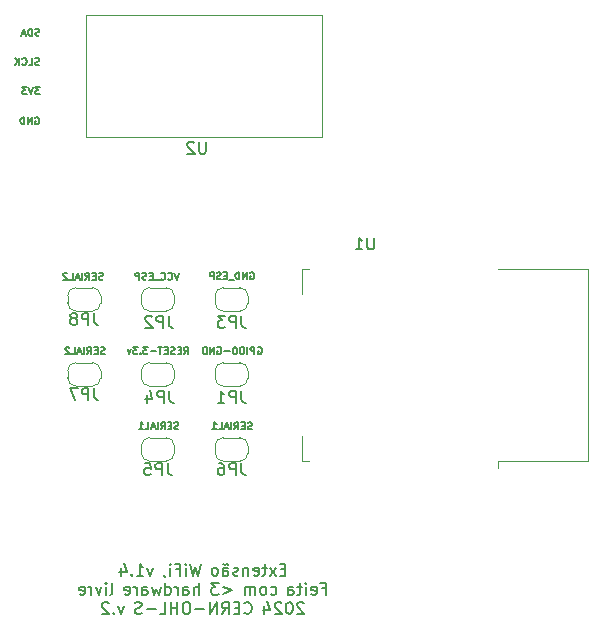
<source format=gbo>
%TF.GenerationSoftware,KiCad,Pcbnew,7.0.0*%
%TF.CreationDate,2024-11-18T00:14:05-05:00*%
%TF.ProjectId,wifi_shield,77696669-5f73-4686-9965-6c642e6b6963,rev?*%
%TF.SameCoordinates,Original*%
%TF.FileFunction,Legend,Bot*%
%TF.FilePolarity,Positive*%
%FSLAX46Y46*%
G04 Gerber Fmt 4.6, Leading zero omitted, Abs format (unit mm)*
G04 Created by KiCad (PCBNEW 7.0.0) date 2024-11-18 00:14:05*
%MOMM*%
%LPD*%
G01*
G04 APERTURE LIST*
%ADD10C,0.150000*%
%ADD11C,0.200000*%
%ADD12C,0.120000*%
G04 APERTURE END LIST*
D10*
X154260657Y-92664000D02*
X154317800Y-92635428D01*
X154317800Y-92635428D02*
X154403514Y-92635428D01*
X154403514Y-92635428D02*
X154489228Y-92664000D01*
X154489228Y-92664000D02*
X154546371Y-92721142D01*
X154546371Y-92721142D02*
X154574942Y-92778285D01*
X154574942Y-92778285D02*
X154603514Y-92892571D01*
X154603514Y-92892571D02*
X154603514Y-92978285D01*
X154603514Y-92978285D02*
X154574942Y-93092571D01*
X154574942Y-93092571D02*
X154546371Y-93149714D01*
X154546371Y-93149714D02*
X154489228Y-93206857D01*
X154489228Y-93206857D02*
X154403514Y-93235428D01*
X154403514Y-93235428D02*
X154346371Y-93235428D01*
X154346371Y-93235428D02*
X154260657Y-93206857D01*
X154260657Y-93206857D02*
X154232085Y-93178285D01*
X154232085Y-93178285D02*
X154232085Y-92978285D01*
X154232085Y-92978285D02*
X154346371Y-92978285D01*
X153974942Y-93235428D02*
X153974942Y-92635428D01*
X153974942Y-92635428D02*
X153632085Y-93235428D01*
X153632085Y-93235428D02*
X153632085Y-92635428D01*
X153346371Y-93235428D02*
X153346371Y-92635428D01*
X153346371Y-92635428D02*
X153203514Y-92635428D01*
X153203514Y-92635428D02*
X153117800Y-92664000D01*
X153117800Y-92664000D02*
X153060657Y-92721142D01*
X153060657Y-92721142D02*
X153032086Y-92778285D01*
X153032086Y-92778285D02*
X153003514Y-92892571D01*
X153003514Y-92892571D02*
X153003514Y-92978285D01*
X153003514Y-92978285D02*
X153032086Y-93092571D01*
X153032086Y-93092571D02*
X153060657Y-93149714D01*
X153060657Y-93149714D02*
X153117800Y-93206857D01*
X153117800Y-93206857D02*
X153203514Y-93235428D01*
X153203514Y-93235428D02*
X153346371Y-93235428D01*
X152889229Y-93292571D02*
X152432086Y-93292571D01*
X152289228Y-92921142D02*
X152089228Y-92921142D01*
X152003514Y-93235428D02*
X152289228Y-93235428D01*
X152289228Y-93235428D02*
X152289228Y-92635428D01*
X152289228Y-92635428D02*
X152003514Y-92635428D01*
X151774943Y-93206857D02*
X151689229Y-93235428D01*
X151689229Y-93235428D02*
X151546371Y-93235428D01*
X151546371Y-93235428D02*
X151489229Y-93206857D01*
X151489229Y-93206857D02*
X151460657Y-93178285D01*
X151460657Y-93178285D02*
X151432086Y-93121142D01*
X151432086Y-93121142D02*
X151432086Y-93064000D01*
X151432086Y-93064000D02*
X151460657Y-93006857D01*
X151460657Y-93006857D02*
X151489229Y-92978285D01*
X151489229Y-92978285D02*
X151546371Y-92949714D01*
X151546371Y-92949714D02*
X151660657Y-92921142D01*
X151660657Y-92921142D02*
X151717800Y-92892571D01*
X151717800Y-92892571D02*
X151746371Y-92864000D01*
X151746371Y-92864000D02*
X151774943Y-92806857D01*
X151774943Y-92806857D02*
X151774943Y-92749714D01*
X151774943Y-92749714D02*
X151746371Y-92692571D01*
X151746371Y-92692571D02*
X151717800Y-92664000D01*
X151717800Y-92664000D02*
X151660657Y-92635428D01*
X151660657Y-92635428D02*
X151517800Y-92635428D01*
X151517800Y-92635428D02*
X151432086Y-92664000D01*
X151174942Y-93235428D02*
X151174942Y-92635428D01*
X151174942Y-92635428D02*
X150946371Y-92635428D01*
X150946371Y-92635428D02*
X150889228Y-92664000D01*
X150889228Y-92664000D02*
X150860657Y-92692571D01*
X150860657Y-92692571D02*
X150832085Y-92749714D01*
X150832085Y-92749714D02*
X150832085Y-92835428D01*
X150832085Y-92835428D02*
X150860657Y-92892571D01*
X150860657Y-92892571D02*
X150889228Y-92921142D01*
X150889228Y-92921142D02*
X150946371Y-92949714D01*
X150946371Y-92949714D02*
X151174942Y-92949714D01*
X148253514Y-92660828D02*
X148053514Y-93260828D01*
X148053514Y-93260828D02*
X147853514Y-92660828D01*
X147310656Y-93203685D02*
X147339228Y-93232257D01*
X147339228Y-93232257D02*
X147424942Y-93260828D01*
X147424942Y-93260828D02*
X147482085Y-93260828D01*
X147482085Y-93260828D02*
X147567799Y-93232257D01*
X147567799Y-93232257D02*
X147624942Y-93175114D01*
X147624942Y-93175114D02*
X147653513Y-93117971D01*
X147653513Y-93117971D02*
X147682085Y-93003685D01*
X147682085Y-93003685D02*
X147682085Y-92917971D01*
X147682085Y-92917971D02*
X147653513Y-92803685D01*
X147653513Y-92803685D02*
X147624942Y-92746542D01*
X147624942Y-92746542D02*
X147567799Y-92689400D01*
X147567799Y-92689400D02*
X147482085Y-92660828D01*
X147482085Y-92660828D02*
X147424942Y-92660828D01*
X147424942Y-92660828D02*
X147339228Y-92689400D01*
X147339228Y-92689400D02*
X147310656Y-92717971D01*
X146710656Y-93203685D02*
X146739228Y-93232257D01*
X146739228Y-93232257D02*
X146824942Y-93260828D01*
X146824942Y-93260828D02*
X146882085Y-93260828D01*
X146882085Y-93260828D02*
X146967799Y-93232257D01*
X146967799Y-93232257D02*
X147024942Y-93175114D01*
X147024942Y-93175114D02*
X147053513Y-93117971D01*
X147053513Y-93117971D02*
X147082085Y-93003685D01*
X147082085Y-93003685D02*
X147082085Y-92917971D01*
X147082085Y-92917971D02*
X147053513Y-92803685D01*
X147053513Y-92803685D02*
X147024942Y-92746542D01*
X147024942Y-92746542D02*
X146967799Y-92689400D01*
X146967799Y-92689400D02*
X146882085Y-92660828D01*
X146882085Y-92660828D02*
X146824942Y-92660828D01*
X146824942Y-92660828D02*
X146739228Y-92689400D01*
X146739228Y-92689400D02*
X146710656Y-92717971D01*
X146596371Y-93317971D02*
X146139228Y-93317971D01*
X145996370Y-92946542D02*
X145796370Y-92946542D01*
X145710656Y-93260828D02*
X145996370Y-93260828D01*
X145996370Y-93260828D02*
X145996370Y-92660828D01*
X145996370Y-92660828D02*
X145710656Y-92660828D01*
X145482085Y-93232257D02*
X145396371Y-93260828D01*
X145396371Y-93260828D02*
X145253513Y-93260828D01*
X145253513Y-93260828D02*
X145196371Y-93232257D01*
X145196371Y-93232257D02*
X145167799Y-93203685D01*
X145167799Y-93203685D02*
X145139228Y-93146542D01*
X145139228Y-93146542D02*
X145139228Y-93089400D01*
X145139228Y-93089400D02*
X145167799Y-93032257D01*
X145167799Y-93032257D02*
X145196371Y-93003685D01*
X145196371Y-93003685D02*
X145253513Y-92975114D01*
X145253513Y-92975114D02*
X145367799Y-92946542D01*
X145367799Y-92946542D02*
X145424942Y-92917971D01*
X145424942Y-92917971D02*
X145453513Y-92889400D01*
X145453513Y-92889400D02*
X145482085Y-92832257D01*
X145482085Y-92832257D02*
X145482085Y-92775114D01*
X145482085Y-92775114D02*
X145453513Y-92717971D01*
X145453513Y-92717971D02*
X145424942Y-92689400D01*
X145424942Y-92689400D02*
X145367799Y-92660828D01*
X145367799Y-92660828D02*
X145224942Y-92660828D01*
X145224942Y-92660828D02*
X145139228Y-92689400D01*
X144882084Y-93260828D02*
X144882084Y-92660828D01*
X144882084Y-92660828D02*
X144653513Y-92660828D01*
X144653513Y-92660828D02*
X144596370Y-92689400D01*
X144596370Y-92689400D02*
X144567799Y-92717971D01*
X144567799Y-92717971D02*
X144539227Y-92775114D01*
X144539227Y-92775114D02*
X144539227Y-92860828D01*
X144539227Y-92860828D02*
X144567799Y-92917971D01*
X144567799Y-92917971D02*
X144596370Y-92946542D01*
X144596370Y-92946542D02*
X144653513Y-92975114D01*
X144653513Y-92975114D02*
X144882084Y-92975114D01*
X154914628Y-98988600D02*
X154971771Y-98960028D01*
X154971771Y-98960028D02*
X155057485Y-98960028D01*
X155057485Y-98960028D02*
X155143199Y-98988600D01*
X155143199Y-98988600D02*
X155200342Y-99045742D01*
X155200342Y-99045742D02*
X155228913Y-99102885D01*
X155228913Y-99102885D02*
X155257485Y-99217171D01*
X155257485Y-99217171D02*
X155257485Y-99302885D01*
X155257485Y-99302885D02*
X155228913Y-99417171D01*
X155228913Y-99417171D02*
X155200342Y-99474314D01*
X155200342Y-99474314D02*
X155143199Y-99531457D01*
X155143199Y-99531457D02*
X155057485Y-99560028D01*
X155057485Y-99560028D02*
X155000342Y-99560028D01*
X155000342Y-99560028D02*
X154914628Y-99531457D01*
X154914628Y-99531457D02*
X154886056Y-99502885D01*
X154886056Y-99502885D02*
X154886056Y-99302885D01*
X154886056Y-99302885D02*
X155000342Y-99302885D01*
X154628913Y-99560028D02*
X154628913Y-98960028D01*
X154628913Y-98960028D02*
X154400342Y-98960028D01*
X154400342Y-98960028D02*
X154343199Y-98988600D01*
X154343199Y-98988600D02*
X154314628Y-99017171D01*
X154314628Y-99017171D02*
X154286056Y-99074314D01*
X154286056Y-99074314D02*
X154286056Y-99160028D01*
X154286056Y-99160028D02*
X154314628Y-99217171D01*
X154314628Y-99217171D02*
X154343199Y-99245742D01*
X154343199Y-99245742D02*
X154400342Y-99274314D01*
X154400342Y-99274314D02*
X154628913Y-99274314D01*
X154028913Y-99560028D02*
X154028913Y-98960028D01*
X153628914Y-98960028D02*
X153514628Y-98960028D01*
X153514628Y-98960028D02*
X153457485Y-98988600D01*
X153457485Y-98988600D02*
X153400342Y-99045742D01*
X153400342Y-99045742D02*
X153371771Y-99160028D01*
X153371771Y-99160028D02*
X153371771Y-99360028D01*
X153371771Y-99360028D02*
X153400342Y-99474314D01*
X153400342Y-99474314D02*
X153457485Y-99531457D01*
X153457485Y-99531457D02*
X153514628Y-99560028D01*
X153514628Y-99560028D02*
X153628914Y-99560028D01*
X153628914Y-99560028D02*
X153686057Y-99531457D01*
X153686057Y-99531457D02*
X153743199Y-99474314D01*
X153743199Y-99474314D02*
X153771771Y-99360028D01*
X153771771Y-99360028D02*
X153771771Y-99160028D01*
X153771771Y-99160028D02*
X153743199Y-99045742D01*
X153743199Y-99045742D02*
X153686057Y-98988600D01*
X153686057Y-98988600D02*
X153628914Y-98960028D01*
X153000343Y-98960028D02*
X152943200Y-98960028D01*
X152943200Y-98960028D02*
X152886057Y-98988600D01*
X152886057Y-98988600D02*
X152857486Y-99017171D01*
X152857486Y-99017171D02*
X152828914Y-99074314D01*
X152828914Y-99074314D02*
X152800343Y-99188600D01*
X152800343Y-99188600D02*
X152800343Y-99331457D01*
X152800343Y-99331457D02*
X152828914Y-99445742D01*
X152828914Y-99445742D02*
X152857486Y-99502885D01*
X152857486Y-99502885D02*
X152886057Y-99531457D01*
X152886057Y-99531457D02*
X152943200Y-99560028D01*
X152943200Y-99560028D02*
X153000343Y-99560028D01*
X153000343Y-99560028D02*
X153057486Y-99531457D01*
X153057486Y-99531457D02*
X153086057Y-99502885D01*
X153086057Y-99502885D02*
X153114628Y-99445742D01*
X153114628Y-99445742D02*
X153143200Y-99331457D01*
X153143200Y-99331457D02*
X153143200Y-99188600D01*
X153143200Y-99188600D02*
X153114628Y-99074314D01*
X153114628Y-99074314D02*
X153086057Y-99017171D01*
X153086057Y-99017171D02*
X153057486Y-98988600D01*
X153057486Y-98988600D02*
X153000343Y-98960028D01*
X152543199Y-99331457D02*
X152086057Y-99331457D01*
X151486057Y-98988600D02*
X151543200Y-98960028D01*
X151543200Y-98960028D02*
X151628914Y-98960028D01*
X151628914Y-98960028D02*
X151714628Y-98988600D01*
X151714628Y-98988600D02*
X151771771Y-99045742D01*
X151771771Y-99045742D02*
X151800342Y-99102885D01*
X151800342Y-99102885D02*
X151828914Y-99217171D01*
X151828914Y-99217171D02*
X151828914Y-99302885D01*
X151828914Y-99302885D02*
X151800342Y-99417171D01*
X151800342Y-99417171D02*
X151771771Y-99474314D01*
X151771771Y-99474314D02*
X151714628Y-99531457D01*
X151714628Y-99531457D02*
X151628914Y-99560028D01*
X151628914Y-99560028D02*
X151571771Y-99560028D01*
X151571771Y-99560028D02*
X151486057Y-99531457D01*
X151486057Y-99531457D02*
X151457485Y-99502885D01*
X151457485Y-99502885D02*
X151457485Y-99302885D01*
X151457485Y-99302885D02*
X151571771Y-99302885D01*
X151200342Y-99560028D02*
X151200342Y-98960028D01*
X151200342Y-98960028D02*
X150857485Y-99560028D01*
X150857485Y-99560028D02*
X150857485Y-98960028D01*
X150571771Y-99560028D02*
X150571771Y-98960028D01*
X150571771Y-98960028D02*
X150428914Y-98960028D01*
X150428914Y-98960028D02*
X150343200Y-98988600D01*
X150343200Y-98988600D02*
X150286057Y-99045742D01*
X150286057Y-99045742D02*
X150257486Y-99102885D01*
X150257486Y-99102885D02*
X150228914Y-99217171D01*
X150228914Y-99217171D02*
X150228914Y-99302885D01*
X150228914Y-99302885D02*
X150257486Y-99417171D01*
X150257486Y-99417171D02*
X150286057Y-99474314D01*
X150286057Y-99474314D02*
X150343200Y-99531457D01*
X150343200Y-99531457D02*
X150428914Y-99560028D01*
X150428914Y-99560028D02*
X150571771Y-99560028D01*
X148655114Y-99560028D02*
X148855114Y-99274314D01*
X148997971Y-99560028D02*
X148997971Y-98960028D01*
X148997971Y-98960028D02*
X148769400Y-98960028D01*
X148769400Y-98960028D02*
X148712257Y-98988600D01*
X148712257Y-98988600D02*
X148683686Y-99017171D01*
X148683686Y-99017171D02*
X148655114Y-99074314D01*
X148655114Y-99074314D02*
X148655114Y-99160028D01*
X148655114Y-99160028D02*
X148683686Y-99217171D01*
X148683686Y-99217171D02*
X148712257Y-99245742D01*
X148712257Y-99245742D02*
X148769400Y-99274314D01*
X148769400Y-99274314D02*
X148997971Y-99274314D01*
X148397971Y-99245742D02*
X148197971Y-99245742D01*
X148112257Y-99560028D02*
X148397971Y-99560028D01*
X148397971Y-99560028D02*
X148397971Y-98960028D01*
X148397971Y-98960028D02*
X148112257Y-98960028D01*
X147883686Y-99531457D02*
X147797972Y-99560028D01*
X147797972Y-99560028D02*
X147655114Y-99560028D01*
X147655114Y-99560028D02*
X147597972Y-99531457D01*
X147597972Y-99531457D02*
X147569400Y-99502885D01*
X147569400Y-99502885D02*
X147540829Y-99445742D01*
X147540829Y-99445742D02*
X147540829Y-99388600D01*
X147540829Y-99388600D02*
X147569400Y-99331457D01*
X147569400Y-99331457D02*
X147597972Y-99302885D01*
X147597972Y-99302885D02*
X147655114Y-99274314D01*
X147655114Y-99274314D02*
X147769400Y-99245742D01*
X147769400Y-99245742D02*
X147826543Y-99217171D01*
X147826543Y-99217171D02*
X147855114Y-99188600D01*
X147855114Y-99188600D02*
X147883686Y-99131457D01*
X147883686Y-99131457D02*
X147883686Y-99074314D01*
X147883686Y-99074314D02*
X147855114Y-99017171D01*
X147855114Y-99017171D02*
X147826543Y-98988600D01*
X147826543Y-98988600D02*
X147769400Y-98960028D01*
X147769400Y-98960028D02*
X147626543Y-98960028D01*
X147626543Y-98960028D02*
X147540829Y-98988600D01*
X147283685Y-99245742D02*
X147083685Y-99245742D01*
X146997971Y-99560028D02*
X147283685Y-99560028D01*
X147283685Y-99560028D02*
X147283685Y-98960028D01*
X147283685Y-98960028D02*
X146997971Y-98960028D01*
X146826543Y-98960028D02*
X146483686Y-98960028D01*
X146655114Y-99560028D02*
X146655114Y-98960028D01*
X146283685Y-99331457D02*
X145826543Y-99331457D01*
X145597971Y-98960028D02*
X145226543Y-98960028D01*
X145226543Y-98960028D02*
X145426543Y-99188600D01*
X145426543Y-99188600D02*
X145340828Y-99188600D01*
X145340828Y-99188600D02*
X145283686Y-99217171D01*
X145283686Y-99217171D02*
X145255114Y-99245742D01*
X145255114Y-99245742D02*
X145226543Y-99302885D01*
X145226543Y-99302885D02*
X145226543Y-99445742D01*
X145226543Y-99445742D02*
X145255114Y-99502885D01*
X145255114Y-99502885D02*
X145283686Y-99531457D01*
X145283686Y-99531457D02*
X145340828Y-99560028D01*
X145340828Y-99560028D02*
X145512257Y-99560028D01*
X145512257Y-99560028D02*
X145569400Y-99531457D01*
X145569400Y-99531457D02*
X145597971Y-99502885D01*
X144969399Y-99502885D02*
X144940828Y-99531457D01*
X144940828Y-99531457D02*
X144969399Y-99560028D01*
X144969399Y-99560028D02*
X144997971Y-99531457D01*
X144997971Y-99531457D02*
X144969399Y-99502885D01*
X144969399Y-99502885D02*
X144969399Y-99560028D01*
X144740828Y-98960028D02*
X144369400Y-98960028D01*
X144369400Y-98960028D02*
X144569400Y-99188600D01*
X144569400Y-99188600D02*
X144483685Y-99188600D01*
X144483685Y-99188600D02*
X144426543Y-99217171D01*
X144426543Y-99217171D02*
X144397971Y-99245742D01*
X144397971Y-99245742D02*
X144369400Y-99302885D01*
X144369400Y-99302885D02*
X144369400Y-99445742D01*
X144369400Y-99445742D02*
X144397971Y-99502885D01*
X144397971Y-99502885D02*
X144426543Y-99531457D01*
X144426543Y-99531457D02*
X144483685Y-99560028D01*
X144483685Y-99560028D02*
X144655114Y-99560028D01*
X144655114Y-99560028D02*
X144712257Y-99531457D01*
X144712257Y-99531457D02*
X144740828Y-99502885D01*
X144169399Y-99160028D02*
X144026542Y-99560028D01*
X144026542Y-99560028D02*
X143883685Y-99160028D01*
X141943228Y-99531457D02*
X141857514Y-99560028D01*
X141857514Y-99560028D02*
X141714656Y-99560028D01*
X141714656Y-99560028D02*
X141657514Y-99531457D01*
X141657514Y-99531457D02*
X141628942Y-99502885D01*
X141628942Y-99502885D02*
X141600371Y-99445742D01*
X141600371Y-99445742D02*
X141600371Y-99388600D01*
X141600371Y-99388600D02*
X141628942Y-99331457D01*
X141628942Y-99331457D02*
X141657514Y-99302885D01*
X141657514Y-99302885D02*
X141714656Y-99274314D01*
X141714656Y-99274314D02*
X141828942Y-99245742D01*
X141828942Y-99245742D02*
X141886085Y-99217171D01*
X141886085Y-99217171D02*
X141914656Y-99188600D01*
X141914656Y-99188600D02*
X141943228Y-99131457D01*
X141943228Y-99131457D02*
X141943228Y-99074314D01*
X141943228Y-99074314D02*
X141914656Y-99017171D01*
X141914656Y-99017171D02*
X141886085Y-98988600D01*
X141886085Y-98988600D02*
X141828942Y-98960028D01*
X141828942Y-98960028D02*
X141686085Y-98960028D01*
X141686085Y-98960028D02*
X141600371Y-98988600D01*
X141343227Y-99245742D02*
X141143227Y-99245742D01*
X141057513Y-99560028D02*
X141343227Y-99560028D01*
X141343227Y-99560028D02*
X141343227Y-98960028D01*
X141343227Y-98960028D02*
X141057513Y-98960028D01*
X140457513Y-99560028D02*
X140657513Y-99274314D01*
X140800370Y-99560028D02*
X140800370Y-98960028D01*
X140800370Y-98960028D02*
X140571799Y-98960028D01*
X140571799Y-98960028D02*
X140514656Y-98988600D01*
X140514656Y-98988600D02*
X140486085Y-99017171D01*
X140486085Y-99017171D02*
X140457513Y-99074314D01*
X140457513Y-99074314D02*
X140457513Y-99160028D01*
X140457513Y-99160028D02*
X140486085Y-99217171D01*
X140486085Y-99217171D02*
X140514656Y-99245742D01*
X140514656Y-99245742D02*
X140571799Y-99274314D01*
X140571799Y-99274314D02*
X140800370Y-99274314D01*
X140200370Y-99560028D02*
X140200370Y-98960028D01*
X139943228Y-99388600D02*
X139657514Y-99388600D01*
X140000371Y-99560028D02*
X139800371Y-98960028D01*
X139800371Y-98960028D02*
X139600371Y-99560028D01*
X139114656Y-99560028D02*
X139400370Y-99560028D01*
X139400370Y-99560028D02*
X139400370Y-98960028D01*
X138943228Y-99017171D02*
X138914656Y-98988600D01*
X138914656Y-98988600D02*
X138857514Y-98960028D01*
X138857514Y-98960028D02*
X138714656Y-98960028D01*
X138714656Y-98960028D02*
X138657514Y-98988600D01*
X138657514Y-98988600D02*
X138628942Y-99017171D01*
X138628942Y-99017171D02*
X138600371Y-99074314D01*
X138600371Y-99074314D02*
X138600371Y-99131457D01*
X138600371Y-99131457D02*
X138628942Y-99217171D01*
X138628942Y-99217171D02*
X138971799Y-99560028D01*
X138971799Y-99560028D02*
X138600371Y-99560028D01*
X141790828Y-93232257D02*
X141705114Y-93260828D01*
X141705114Y-93260828D02*
X141562256Y-93260828D01*
X141562256Y-93260828D02*
X141505114Y-93232257D01*
X141505114Y-93232257D02*
X141476542Y-93203685D01*
X141476542Y-93203685D02*
X141447971Y-93146542D01*
X141447971Y-93146542D02*
X141447971Y-93089400D01*
X141447971Y-93089400D02*
X141476542Y-93032257D01*
X141476542Y-93032257D02*
X141505114Y-93003685D01*
X141505114Y-93003685D02*
X141562256Y-92975114D01*
X141562256Y-92975114D02*
X141676542Y-92946542D01*
X141676542Y-92946542D02*
X141733685Y-92917971D01*
X141733685Y-92917971D02*
X141762256Y-92889400D01*
X141762256Y-92889400D02*
X141790828Y-92832257D01*
X141790828Y-92832257D02*
X141790828Y-92775114D01*
X141790828Y-92775114D02*
X141762256Y-92717971D01*
X141762256Y-92717971D02*
X141733685Y-92689400D01*
X141733685Y-92689400D02*
X141676542Y-92660828D01*
X141676542Y-92660828D02*
X141533685Y-92660828D01*
X141533685Y-92660828D02*
X141447971Y-92689400D01*
X141190827Y-92946542D02*
X140990827Y-92946542D01*
X140905113Y-93260828D02*
X141190827Y-93260828D01*
X141190827Y-93260828D02*
X141190827Y-92660828D01*
X141190827Y-92660828D02*
X140905113Y-92660828D01*
X140305113Y-93260828D02*
X140505113Y-92975114D01*
X140647970Y-93260828D02*
X140647970Y-92660828D01*
X140647970Y-92660828D02*
X140419399Y-92660828D01*
X140419399Y-92660828D02*
X140362256Y-92689400D01*
X140362256Y-92689400D02*
X140333685Y-92717971D01*
X140333685Y-92717971D02*
X140305113Y-92775114D01*
X140305113Y-92775114D02*
X140305113Y-92860828D01*
X140305113Y-92860828D02*
X140333685Y-92917971D01*
X140333685Y-92917971D02*
X140362256Y-92946542D01*
X140362256Y-92946542D02*
X140419399Y-92975114D01*
X140419399Y-92975114D02*
X140647970Y-92975114D01*
X140047970Y-93260828D02*
X140047970Y-92660828D01*
X139790828Y-93089400D02*
X139505114Y-93089400D01*
X139847971Y-93260828D02*
X139647971Y-92660828D01*
X139647971Y-92660828D02*
X139447971Y-93260828D01*
X138962256Y-93260828D02*
X139247970Y-93260828D01*
X139247970Y-93260828D02*
X139247970Y-92660828D01*
X138790828Y-92717971D02*
X138762256Y-92689400D01*
X138762256Y-92689400D02*
X138705114Y-92660828D01*
X138705114Y-92660828D02*
X138562256Y-92660828D01*
X138562256Y-92660828D02*
X138505114Y-92689400D01*
X138505114Y-92689400D02*
X138476542Y-92717971D01*
X138476542Y-92717971D02*
X138447971Y-92775114D01*
X138447971Y-92775114D02*
X138447971Y-92832257D01*
X138447971Y-92832257D02*
X138476542Y-92917971D01*
X138476542Y-92917971D02*
X138819399Y-93260828D01*
X138819399Y-93260828D02*
X138447971Y-93260828D01*
X148194828Y-105906857D02*
X148109114Y-105935428D01*
X148109114Y-105935428D02*
X147966256Y-105935428D01*
X147966256Y-105935428D02*
X147909114Y-105906857D01*
X147909114Y-105906857D02*
X147880542Y-105878285D01*
X147880542Y-105878285D02*
X147851971Y-105821142D01*
X147851971Y-105821142D02*
X147851971Y-105764000D01*
X147851971Y-105764000D02*
X147880542Y-105706857D01*
X147880542Y-105706857D02*
X147909114Y-105678285D01*
X147909114Y-105678285D02*
X147966256Y-105649714D01*
X147966256Y-105649714D02*
X148080542Y-105621142D01*
X148080542Y-105621142D02*
X148137685Y-105592571D01*
X148137685Y-105592571D02*
X148166256Y-105564000D01*
X148166256Y-105564000D02*
X148194828Y-105506857D01*
X148194828Y-105506857D02*
X148194828Y-105449714D01*
X148194828Y-105449714D02*
X148166256Y-105392571D01*
X148166256Y-105392571D02*
X148137685Y-105364000D01*
X148137685Y-105364000D02*
X148080542Y-105335428D01*
X148080542Y-105335428D02*
X147937685Y-105335428D01*
X147937685Y-105335428D02*
X147851971Y-105364000D01*
X147594827Y-105621142D02*
X147394827Y-105621142D01*
X147309113Y-105935428D02*
X147594827Y-105935428D01*
X147594827Y-105935428D02*
X147594827Y-105335428D01*
X147594827Y-105335428D02*
X147309113Y-105335428D01*
X146709113Y-105935428D02*
X146909113Y-105649714D01*
X147051970Y-105935428D02*
X147051970Y-105335428D01*
X147051970Y-105335428D02*
X146823399Y-105335428D01*
X146823399Y-105335428D02*
X146766256Y-105364000D01*
X146766256Y-105364000D02*
X146737685Y-105392571D01*
X146737685Y-105392571D02*
X146709113Y-105449714D01*
X146709113Y-105449714D02*
X146709113Y-105535428D01*
X146709113Y-105535428D02*
X146737685Y-105592571D01*
X146737685Y-105592571D02*
X146766256Y-105621142D01*
X146766256Y-105621142D02*
X146823399Y-105649714D01*
X146823399Y-105649714D02*
X147051970Y-105649714D01*
X146451970Y-105935428D02*
X146451970Y-105335428D01*
X146194828Y-105764000D02*
X145909114Y-105764000D01*
X146251971Y-105935428D02*
X146051971Y-105335428D01*
X146051971Y-105335428D02*
X145851971Y-105935428D01*
X145366256Y-105935428D02*
X145651970Y-105935428D01*
X145651970Y-105935428D02*
X145651970Y-105335428D01*
X144851971Y-105935428D02*
X145194828Y-105935428D01*
X145023399Y-105935428D02*
X145023399Y-105335428D01*
X145023399Y-105335428D02*
X145080542Y-105421142D01*
X145080542Y-105421142D02*
X145137685Y-105478285D01*
X145137685Y-105478285D02*
X145194828Y-105506857D01*
X154414628Y-105906857D02*
X154328914Y-105935428D01*
X154328914Y-105935428D02*
X154186056Y-105935428D01*
X154186056Y-105935428D02*
X154128914Y-105906857D01*
X154128914Y-105906857D02*
X154100342Y-105878285D01*
X154100342Y-105878285D02*
X154071771Y-105821142D01*
X154071771Y-105821142D02*
X154071771Y-105764000D01*
X154071771Y-105764000D02*
X154100342Y-105706857D01*
X154100342Y-105706857D02*
X154128914Y-105678285D01*
X154128914Y-105678285D02*
X154186056Y-105649714D01*
X154186056Y-105649714D02*
X154300342Y-105621142D01*
X154300342Y-105621142D02*
X154357485Y-105592571D01*
X154357485Y-105592571D02*
X154386056Y-105564000D01*
X154386056Y-105564000D02*
X154414628Y-105506857D01*
X154414628Y-105506857D02*
X154414628Y-105449714D01*
X154414628Y-105449714D02*
X154386056Y-105392571D01*
X154386056Y-105392571D02*
X154357485Y-105364000D01*
X154357485Y-105364000D02*
X154300342Y-105335428D01*
X154300342Y-105335428D02*
X154157485Y-105335428D01*
X154157485Y-105335428D02*
X154071771Y-105364000D01*
X153814627Y-105621142D02*
X153614627Y-105621142D01*
X153528913Y-105935428D02*
X153814627Y-105935428D01*
X153814627Y-105935428D02*
X153814627Y-105335428D01*
X153814627Y-105335428D02*
X153528913Y-105335428D01*
X152928913Y-105935428D02*
X153128913Y-105649714D01*
X153271770Y-105935428D02*
X153271770Y-105335428D01*
X153271770Y-105335428D02*
X153043199Y-105335428D01*
X153043199Y-105335428D02*
X152986056Y-105364000D01*
X152986056Y-105364000D02*
X152957485Y-105392571D01*
X152957485Y-105392571D02*
X152928913Y-105449714D01*
X152928913Y-105449714D02*
X152928913Y-105535428D01*
X152928913Y-105535428D02*
X152957485Y-105592571D01*
X152957485Y-105592571D02*
X152986056Y-105621142D01*
X152986056Y-105621142D02*
X153043199Y-105649714D01*
X153043199Y-105649714D02*
X153271770Y-105649714D01*
X152671770Y-105935428D02*
X152671770Y-105335428D01*
X152414628Y-105764000D02*
X152128914Y-105764000D01*
X152471771Y-105935428D02*
X152271771Y-105335428D01*
X152271771Y-105335428D02*
X152071771Y-105935428D01*
X151586056Y-105935428D02*
X151871770Y-105935428D01*
X151871770Y-105935428D02*
X151871770Y-105335428D01*
X151071771Y-105935428D02*
X151414628Y-105935428D01*
X151243199Y-105935428D02*
X151243199Y-105335428D01*
X151243199Y-105335428D02*
X151300342Y-105421142D01*
X151300342Y-105421142D02*
X151357485Y-105478285D01*
X151357485Y-105478285D02*
X151414628Y-105506857D01*
X136402971Y-72582057D02*
X136317257Y-72610628D01*
X136317257Y-72610628D02*
X136174399Y-72610628D01*
X136174399Y-72610628D02*
X136117257Y-72582057D01*
X136117257Y-72582057D02*
X136088685Y-72553485D01*
X136088685Y-72553485D02*
X136060114Y-72496342D01*
X136060114Y-72496342D02*
X136060114Y-72439200D01*
X136060114Y-72439200D02*
X136088685Y-72382057D01*
X136088685Y-72382057D02*
X136117257Y-72353485D01*
X136117257Y-72353485D02*
X136174399Y-72324914D01*
X136174399Y-72324914D02*
X136288685Y-72296342D01*
X136288685Y-72296342D02*
X136345828Y-72267771D01*
X136345828Y-72267771D02*
X136374399Y-72239200D01*
X136374399Y-72239200D02*
X136402971Y-72182057D01*
X136402971Y-72182057D02*
X136402971Y-72124914D01*
X136402971Y-72124914D02*
X136374399Y-72067771D01*
X136374399Y-72067771D02*
X136345828Y-72039200D01*
X136345828Y-72039200D02*
X136288685Y-72010628D01*
X136288685Y-72010628D02*
X136145828Y-72010628D01*
X136145828Y-72010628D02*
X136060114Y-72039200D01*
X135802970Y-72610628D02*
X135802970Y-72010628D01*
X135802970Y-72010628D02*
X135660113Y-72010628D01*
X135660113Y-72010628D02*
X135574399Y-72039200D01*
X135574399Y-72039200D02*
X135517256Y-72096342D01*
X135517256Y-72096342D02*
X135488685Y-72153485D01*
X135488685Y-72153485D02*
X135460113Y-72267771D01*
X135460113Y-72267771D02*
X135460113Y-72353485D01*
X135460113Y-72353485D02*
X135488685Y-72467771D01*
X135488685Y-72467771D02*
X135517256Y-72524914D01*
X135517256Y-72524914D02*
X135574399Y-72582057D01*
X135574399Y-72582057D02*
X135660113Y-72610628D01*
X135660113Y-72610628D02*
X135802970Y-72610628D01*
X135231542Y-72439200D02*
X134945828Y-72439200D01*
X135288685Y-72610628D02*
X135088685Y-72010628D01*
X135088685Y-72010628D02*
X134888685Y-72610628D01*
X136402970Y-75045857D02*
X136317256Y-75074428D01*
X136317256Y-75074428D02*
X136174398Y-75074428D01*
X136174398Y-75074428D02*
X136117256Y-75045857D01*
X136117256Y-75045857D02*
X136088684Y-75017285D01*
X136088684Y-75017285D02*
X136060113Y-74960142D01*
X136060113Y-74960142D02*
X136060113Y-74903000D01*
X136060113Y-74903000D02*
X136088684Y-74845857D01*
X136088684Y-74845857D02*
X136117256Y-74817285D01*
X136117256Y-74817285D02*
X136174398Y-74788714D01*
X136174398Y-74788714D02*
X136288684Y-74760142D01*
X136288684Y-74760142D02*
X136345827Y-74731571D01*
X136345827Y-74731571D02*
X136374398Y-74703000D01*
X136374398Y-74703000D02*
X136402970Y-74645857D01*
X136402970Y-74645857D02*
X136402970Y-74588714D01*
X136402970Y-74588714D02*
X136374398Y-74531571D01*
X136374398Y-74531571D02*
X136345827Y-74503000D01*
X136345827Y-74503000D02*
X136288684Y-74474428D01*
X136288684Y-74474428D02*
X136145827Y-74474428D01*
X136145827Y-74474428D02*
X136060113Y-74503000D01*
X135517255Y-75074428D02*
X135802969Y-75074428D01*
X135802969Y-75074428D02*
X135802969Y-74474428D01*
X134974398Y-75017285D02*
X135002970Y-75045857D01*
X135002970Y-75045857D02*
X135088684Y-75074428D01*
X135088684Y-75074428D02*
X135145827Y-75074428D01*
X135145827Y-75074428D02*
X135231541Y-75045857D01*
X135231541Y-75045857D02*
X135288684Y-74988714D01*
X135288684Y-74988714D02*
X135317255Y-74931571D01*
X135317255Y-74931571D02*
X135345827Y-74817285D01*
X135345827Y-74817285D02*
X135345827Y-74731571D01*
X135345827Y-74731571D02*
X135317255Y-74617285D01*
X135317255Y-74617285D02*
X135288684Y-74560142D01*
X135288684Y-74560142D02*
X135231541Y-74503000D01*
X135231541Y-74503000D02*
X135145827Y-74474428D01*
X135145827Y-74474428D02*
X135088684Y-74474428D01*
X135088684Y-74474428D02*
X135002970Y-74503000D01*
X135002970Y-74503000D02*
X134974398Y-74531571D01*
X134717255Y-75074428D02*
X134717255Y-74474428D01*
X134374398Y-75074428D02*
X134631541Y-74731571D01*
X134374398Y-74474428D02*
X134717255Y-74817285D01*
X136431542Y-76963628D02*
X136060114Y-76963628D01*
X136060114Y-76963628D02*
X136260114Y-77192200D01*
X136260114Y-77192200D02*
X136174399Y-77192200D01*
X136174399Y-77192200D02*
X136117257Y-77220771D01*
X136117257Y-77220771D02*
X136088685Y-77249342D01*
X136088685Y-77249342D02*
X136060114Y-77306485D01*
X136060114Y-77306485D02*
X136060114Y-77449342D01*
X136060114Y-77449342D02*
X136088685Y-77506485D01*
X136088685Y-77506485D02*
X136117257Y-77535057D01*
X136117257Y-77535057D02*
X136174399Y-77563628D01*
X136174399Y-77563628D02*
X136345828Y-77563628D01*
X136345828Y-77563628D02*
X136402971Y-77535057D01*
X136402971Y-77535057D02*
X136431542Y-77506485D01*
X135888685Y-76963628D02*
X135688685Y-77563628D01*
X135688685Y-77563628D02*
X135488685Y-76963628D01*
X135345827Y-76963628D02*
X134974399Y-76963628D01*
X134974399Y-76963628D02*
X135174399Y-77192200D01*
X135174399Y-77192200D02*
X135088684Y-77192200D01*
X135088684Y-77192200D02*
X135031542Y-77220771D01*
X135031542Y-77220771D02*
X135002970Y-77249342D01*
X135002970Y-77249342D02*
X134974399Y-77306485D01*
X134974399Y-77306485D02*
X134974399Y-77449342D01*
X134974399Y-77449342D02*
X135002970Y-77506485D01*
X135002970Y-77506485D02*
X135031542Y-77535057D01*
X135031542Y-77535057D02*
X135088684Y-77563628D01*
X135088684Y-77563628D02*
X135260113Y-77563628D01*
X135260113Y-77563628D02*
X135317256Y-77535057D01*
X135317256Y-77535057D02*
X135345827Y-77506485D01*
X136060113Y-79532200D02*
X136117256Y-79503628D01*
X136117256Y-79503628D02*
X136202970Y-79503628D01*
X136202970Y-79503628D02*
X136288684Y-79532200D01*
X136288684Y-79532200D02*
X136345827Y-79589342D01*
X136345827Y-79589342D02*
X136374398Y-79646485D01*
X136374398Y-79646485D02*
X136402970Y-79760771D01*
X136402970Y-79760771D02*
X136402970Y-79846485D01*
X136402970Y-79846485D02*
X136374398Y-79960771D01*
X136374398Y-79960771D02*
X136345827Y-80017914D01*
X136345827Y-80017914D02*
X136288684Y-80075057D01*
X136288684Y-80075057D02*
X136202970Y-80103628D01*
X136202970Y-80103628D02*
X136145827Y-80103628D01*
X136145827Y-80103628D02*
X136060113Y-80075057D01*
X136060113Y-80075057D02*
X136031541Y-80046485D01*
X136031541Y-80046485D02*
X136031541Y-79846485D01*
X136031541Y-79846485D02*
X136145827Y-79846485D01*
X135774398Y-80103628D02*
X135774398Y-79503628D01*
X135774398Y-79503628D02*
X135431541Y-80103628D01*
X135431541Y-80103628D02*
X135431541Y-79503628D01*
X135145827Y-80103628D02*
X135145827Y-79503628D01*
X135145827Y-79503628D02*
X135002970Y-79503628D01*
X135002970Y-79503628D02*
X134917256Y-79532200D01*
X134917256Y-79532200D02*
X134860113Y-79589342D01*
X134860113Y-79589342D02*
X134831542Y-79646485D01*
X134831542Y-79646485D02*
X134802970Y-79760771D01*
X134802970Y-79760771D02*
X134802970Y-79846485D01*
X134802970Y-79846485D02*
X134831542Y-79960771D01*
X134831542Y-79960771D02*
X134860113Y-80017914D01*
X134860113Y-80017914D02*
X134917256Y-80075057D01*
X134917256Y-80075057D02*
X135002970Y-80103628D01*
X135002970Y-80103628D02*
X135145827Y-80103628D01*
D11*
X157234951Y-117781571D02*
X156901618Y-117781571D01*
X156758761Y-118305380D02*
X157234951Y-118305380D01*
X157234951Y-118305380D02*
X157234951Y-117305380D01*
X157234951Y-117305380D02*
X156758761Y-117305380D01*
X156425427Y-118305380D02*
X155901618Y-117638714D01*
X156425427Y-117638714D02*
X155901618Y-118305380D01*
X155663522Y-117638714D02*
X155282570Y-117638714D01*
X155520665Y-117305380D02*
X155520665Y-118162523D01*
X155520665Y-118162523D02*
X155473046Y-118257761D01*
X155473046Y-118257761D02*
X155377808Y-118305380D01*
X155377808Y-118305380D02*
X155282570Y-118305380D01*
X154568284Y-118257761D02*
X154663522Y-118305380D01*
X154663522Y-118305380D02*
X154853998Y-118305380D01*
X154853998Y-118305380D02*
X154949236Y-118257761D01*
X154949236Y-118257761D02*
X154996855Y-118162523D01*
X154996855Y-118162523D02*
X154996855Y-117781571D01*
X154996855Y-117781571D02*
X154949236Y-117686333D01*
X154949236Y-117686333D02*
X154853998Y-117638714D01*
X154853998Y-117638714D02*
X154663522Y-117638714D01*
X154663522Y-117638714D02*
X154568284Y-117686333D01*
X154568284Y-117686333D02*
X154520665Y-117781571D01*
X154520665Y-117781571D02*
X154520665Y-117876809D01*
X154520665Y-117876809D02*
X154996855Y-117972047D01*
X154092093Y-117638714D02*
X154092093Y-118305380D01*
X154092093Y-117733952D02*
X154044474Y-117686333D01*
X154044474Y-117686333D02*
X153949236Y-117638714D01*
X153949236Y-117638714D02*
X153806379Y-117638714D01*
X153806379Y-117638714D02*
X153711141Y-117686333D01*
X153711141Y-117686333D02*
X153663522Y-117781571D01*
X153663522Y-117781571D02*
X153663522Y-118305380D01*
X153234950Y-118257761D02*
X153139712Y-118305380D01*
X153139712Y-118305380D02*
X152949236Y-118305380D01*
X152949236Y-118305380D02*
X152853998Y-118257761D01*
X152853998Y-118257761D02*
X152806379Y-118162523D01*
X152806379Y-118162523D02*
X152806379Y-118114904D01*
X152806379Y-118114904D02*
X152853998Y-118019666D01*
X152853998Y-118019666D02*
X152949236Y-117972047D01*
X152949236Y-117972047D02*
X153092093Y-117972047D01*
X153092093Y-117972047D02*
X153187331Y-117924428D01*
X153187331Y-117924428D02*
X153234950Y-117829190D01*
X153234950Y-117829190D02*
X153234950Y-117781571D01*
X153234950Y-117781571D02*
X153187331Y-117686333D01*
X153187331Y-117686333D02*
X153092093Y-117638714D01*
X153092093Y-117638714D02*
X152949236Y-117638714D01*
X152949236Y-117638714D02*
X152853998Y-117686333D01*
X151949236Y-118305380D02*
X151949236Y-117781571D01*
X151949236Y-117781571D02*
X151996855Y-117686333D01*
X151996855Y-117686333D02*
X152092093Y-117638714D01*
X152092093Y-117638714D02*
X152282569Y-117638714D01*
X152282569Y-117638714D02*
X152377807Y-117686333D01*
X151949236Y-118257761D02*
X152044474Y-118305380D01*
X152044474Y-118305380D02*
X152282569Y-118305380D01*
X152282569Y-118305380D02*
X152377807Y-118257761D01*
X152377807Y-118257761D02*
X152425426Y-118162523D01*
X152425426Y-118162523D02*
X152425426Y-118067285D01*
X152425426Y-118067285D02*
X152377807Y-117972047D01*
X152377807Y-117972047D02*
X152282569Y-117924428D01*
X152282569Y-117924428D02*
X152044474Y-117924428D01*
X152044474Y-117924428D02*
X151949236Y-117876809D01*
X152425426Y-117400619D02*
X152377807Y-117353000D01*
X152377807Y-117353000D02*
X152282569Y-117305380D01*
X152282569Y-117305380D02*
X152092093Y-117400619D01*
X152092093Y-117400619D02*
X151996855Y-117353000D01*
X151996855Y-117353000D02*
X151949236Y-117305380D01*
X151330188Y-118305380D02*
X151425426Y-118257761D01*
X151425426Y-118257761D02*
X151473045Y-118210142D01*
X151473045Y-118210142D02*
X151520664Y-118114904D01*
X151520664Y-118114904D02*
X151520664Y-117829190D01*
X151520664Y-117829190D02*
X151473045Y-117733952D01*
X151473045Y-117733952D02*
X151425426Y-117686333D01*
X151425426Y-117686333D02*
X151330188Y-117638714D01*
X151330188Y-117638714D02*
X151187331Y-117638714D01*
X151187331Y-117638714D02*
X151092093Y-117686333D01*
X151092093Y-117686333D02*
X151044474Y-117733952D01*
X151044474Y-117733952D02*
X150996855Y-117829190D01*
X150996855Y-117829190D02*
X150996855Y-118114904D01*
X150996855Y-118114904D02*
X151044474Y-118210142D01*
X151044474Y-118210142D02*
X151092093Y-118257761D01*
X151092093Y-118257761D02*
X151187331Y-118305380D01*
X151187331Y-118305380D02*
X151330188Y-118305380D01*
X150063521Y-117305380D02*
X149825426Y-118305380D01*
X149825426Y-118305380D02*
X149634950Y-117591095D01*
X149634950Y-117591095D02*
X149444474Y-118305380D01*
X149444474Y-118305380D02*
X149206379Y-117305380D01*
X148825426Y-118305380D02*
X148825426Y-117638714D01*
X148825426Y-117305380D02*
X148873045Y-117353000D01*
X148873045Y-117353000D02*
X148825426Y-117400619D01*
X148825426Y-117400619D02*
X148777807Y-117353000D01*
X148777807Y-117353000D02*
X148825426Y-117305380D01*
X148825426Y-117305380D02*
X148825426Y-117400619D01*
X148015903Y-117781571D02*
X148349236Y-117781571D01*
X148349236Y-118305380D02*
X148349236Y-117305380D01*
X148349236Y-117305380D02*
X147873046Y-117305380D01*
X147492093Y-118305380D02*
X147492093Y-117638714D01*
X147492093Y-117305380D02*
X147539712Y-117353000D01*
X147539712Y-117353000D02*
X147492093Y-117400619D01*
X147492093Y-117400619D02*
X147444474Y-117353000D01*
X147444474Y-117353000D02*
X147492093Y-117305380D01*
X147492093Y-117305380D02*
X147492093Y-117400619D01*
X146968284Y-118257761D02*
X146968284Y-118305380D01*
X146968284Y-118305380D02*
X147015903Y-118400619D01*
X147015903Y-118400619D02*
X147063522Y-118448238D01*
X146034951Y-117638714D02*
X145796856Y-118305380D01*
X145796856Y-118305380D02*
X145558761Y-117638714D01*
X144653999Y-118305380D02*
X145225427Y-118305380D01*
X144939713Y-118305380D02*
X144939713Y-117305380D01*
X144939713Y-117305380D02*
X145034951Y-117448238D01*
X145034951Y-117448238D02*
X145130189Y-117543476D01*
X145130189Y-117543476D02*
X145225427Y-117591095D01*
X144225427Y-118210142D02*
X144177808Y-118257761D01*
X144177808Y-118257761D02*
X144225427Y-118305380D01*
X144225427Y-118305380D02*
X144273046Y-118257761D01*
X144273046Y-118257761D02*
X144225427Y-118210142D01*
X144225427Y-118210142D02*
X144225427Y-118305380D01*
X143320666Y-117638714D02*
X143320666Y-118305380D01*
X143558761Y-117257761D02*
X143796856Y-117972047D01*
X143796856Y-117972047D02*
X143177809Y-117972047D01*
X160358762Y-119401571D02*
X160692095Y-119401571D01*
X160692095Y-119925380D02*
X160692095Y-118925380D01*
X160692095Y-118925380D02*
X160215905Y-118925380D01*
X159454000Y-119877761D02*
X159549238Y-119925380D01*
X159549238Y-119925380D02*
X159739714Y-119925380D01*
X159739714Y-119925380D02*
X159834952Y-119877761D01*
X159834952Y-119877761D02*
X159882571Y-119782523D01*
X159882571Y-119782523D02*
X159882571Y-119401571D01*
X159882571Y-119401571D02*
X159834952Y-119306333D01*
X159834952Y-119306333D02*
X159739714Y-119258714D01*
X159739714Y-119258714D02*
X159549238Y-119258714D01*
X159549238Y-119258714D02*
X159454000Y-119306333D01*
X159454000Y-119306333D02*
X159406381Y-119401571D01*
X159406381Y-119401571D02*
X159406381Y-119496809D01*
X159406381Y-119496809D02*
X159882571Y-119592047D01*
X158977809Y-119925380D02*
X158977809Y-119258714D01*
X158977809Y-118925380D02*
X159025428Y-118973000D01*
X159025428Y-118973000D02*
X158977809Y-119020619D01*
X158977809Y-119020619D02*
X158930190Y-118973000D01*
X158930190Y-118973000D02*
X158977809Y-118925380D01*
X158977809Y-118925380D02*
X158977809Y-119020619D01*
X158644476Y-119258714D02*
X158263524Y-119258714D01*
X158501619Y-118925380D02*
X158501619Y-119782523D01*
X158501619Y-119782523D02*
X158454000Y-119877761D01*
X158454000Y-119877761D02*
X158358762Y-119925380D01*
X158358762Y-119925380D02*
X158263524Y-119925380D01*
X157501619Y-119925380D02*
X157501619Y-119401571D01*
X157501619Y-119401571D02*
X157549238Y-119306333D01*
X157549238Y-119306333D02*
X157644476Y-119258714D01*
X157644476Y-119258714D02*
X157834952Y-119258714D01*
X157834952Y-119258714D02*
X157930190Y-119306333D01*
X157501619Y-119877761D02*
X157596857Y-119925380D01*
X157596857Y-119925380D02*
X157834952Y-119925380D01*
X157834952Y-119925380D02*
X157930190Y-119877761D01*
X157930190Y-119877761D02*
X157977809Y-119782523D01*
X157977809Y-119782523D02*
X157977809Y-119687285D01*
X157977809Y-119687285D02*
X157930190Y-119592047D01*
X157930190Y-119592047D02*
X157834952Y-119544428D01*
X157834952Y-119544428D02*
X157596857Y-119544428D01*
X157596857Y-119544428D02*
X157501619Y-119496809D01*
X155996857Y-119877761D02*
X156092095Y-119925380D01*
X156092095Y-119925380D02*
X156282571Y-119925380D01*
X156282571Y-119925380D02*
X156377809Y-119877761D01*
X156377809Y-119877761D02*
X156425428Y-119830142D01*
X156425428Y-119830142D02*
X156473047Y-119734904D01*
X156473047Y-119734904D02*
X156473047Y-119449190D01*
X156473047Y-119449190D02*
X156425428Y-119353952D01*
X156425428Y-119353952D02*
X156377809Y-119306333D01*
X156377809Y-119306333D02*
X156282571Y-119258714D01*
X156282571Y-119258714D02*
X156092095Y-119258714D01*
X156092095Y-119258714D02*
X155996857Y-119306333D01*
X155425428Y-119925380D02*
X155520666Y-119877761D01*
X155520666Y-119877761D02*
X155568285Y-119830142D01*
X155568285Y-119830142D02*
X155615904Y-119734904D01*
X155615904Y-119734904D02*
X155615904Y-119449190D01*
X155615904Y-119449190D02*
X155568285Y-119353952D01*
X155568285Y-119353952D02*
X155520666Y-119306333D01*
X155520666Y-119306333D02*
X155425428Y-119258714D01*
X155425428Y-119258714D02*
X155282571Y-119258714D01*
X155282571Y-119258714D02*
X155187333Y-119306333D01*
X155187333Y-119306333D02*
X155139714Y-119353952D01*
X155139714Y-119353952D02*
X155092095Y-119449190D01*
X155092095Y-119449190D02*
X155092095Y-119734904D01*
X155092095Y-119734904D02*
X155139714Y-119830142D01*
X155139714Y-119830142D02*
X155187333Y-119877761D01*
X155187333Y-119877761D02*
X155282571Y-119925380D01*
X155282571Y-119925380D02*
X155425428Y-119925380D01*
X154663523Y-119925380D02*
X154663523Y-119258714D01*
X154663523Y-119353952D02*
X154615904Y-119306333D01*
X154615904Y-119306333D02*
X154520666Y-119258714D01*
X154520666Y-119258714D02*
X154377809Y-119258714D01*
X154377809Y-119258714D02*
X154282571Y-119306333D01*
X154282571Y-119306333D02*
X154234952Y-119401571D01*
X154234952Y-119401571D02*
X154234952Y-119925380D01*
X154234952Y-119401571D02*
X154187333Y-119306333D01*
X154187333Y-119306333D02*
X154092095Y-119258714D01*
X154092095Y-119258714D02*
X153949238Y-119258714D01*
X153949238Y-119258714D02*
X153853999Y-119306333D01*
X153853999Y-119306333D02*
X153806380Y-119401571D01*
X153806380Y-119401571D02*
X153806380Y-119925380D01*
X151968286Y-119258714D02*
X152730190Y-119544428D01*
X152730190Y-119544428D02*
X151968286Y-119830142D01*
X151587333Y-118925380D02*
X150968286Y-118925380D01*
X150968286Y-118925380D02*
X151301619Y-119306333D01*
X151301619Y-119306333D02*
X151158762Y-119306333D01*
X151158762Y-119306333D02*
X151063524Y-119353952D01*
X151063524Y-119353952D02*
X151015905Y-119401571D01*
X151015905Y-119401571D02*
X150968286Y-119496809D01*
X150968286Y-119496809D02*
X150968286Y-119734904D01*
X150968286Y-119734904D02*
X151015905Y-119830142D01*
X151015905Y-119830142D02*
X151063524Y-119877761D01*
X151063524Y-119877761D02*
X151158762Y-119925380D01*
X151158762Y-119925380D02*
X151444476Y-119925380D01*
X151444476Y-119925380D02*
X151539714Y-119877761D01*
X151539714Y-119877761D02*
X151587333Y-119830142D01*
X149939714Y-119925380D02*
X149939714Y-118925380D01*
X149511143Y-119925380D02*
X149511143Y-119401571D01*
X149511143Y-119401571D02*
X149558762Y-119306333D01*
X149558762Y-119306333D02*
X149654000Y-119258714D01*
X149654000Y-119258714D02*
X149796857Y-119258714D01*
X149796857Y-119258714D02*
X149892095Y-119306333D01*
X149892095Y-119306333D02*
X149939714Y-119353952D01*
X148606381Y-119925380D02*
X148606381Y-119401571D01*
X148606381Y-119401571D02*
X148654000Y-119306333D01*
X148654000Y-119306333D02*
X148749238Y-119258714D01*
X148749238Y-119258714D02*
X148939714Y-119258714D01*
X148939714Y-119258714D02*
X149034952Y-119306333D01*
X148606381Y-119877761D02*
X148701619Y-119925380D01*
X148701619Y-119925380D02*
X148939714Y-119925380D01*
X148939714Y-119925380D02*
X149034952Y-119877761D01*
X149034952Y-119877761D02*
X149082571Y-119782523D01*
X149082571Y-119782523D02*
X149082571Y-119687285D01*
X149082571Y-119687285D02*
X149034952Y-119592047D01*
X149034952Y-119592047D02*
X148939714Y-119544428D01*
X148939714Y-119544428D02*
X148701619Y-119544428D01*
X148701619Y-119544428D02*
X148606381Y-119496809D01*
X148130190Y-119925380D02*
X148130190Y-119258714D01*
X148130190Y-119449190D02*
X148082571Y-119353952D01*
X148082571Y-119353952D02*
X148034952Y-119306333D01*
X148034952Y-119306333D02*
X147939714Y-119258714D01*
X147939714Y-119258714D02*
X147844476Y-119258714D01*
X147082571Y-119925380D02*
X147082571Y-118925380D01*
X147082571Y-119877761D02*
X147177809Y-119925380D01*
X147177809Y-119925380D02*
X147368285Y-119925380D01*
X147368285Y-119925380D02*
X147463523Y-119877761D01*
X147463523Y-119877761D02*
X147511142Y-119830142D01*
X147511142Y-119830142D02*
X147558761Y-119734904D01*
X147558761Y-119734904D02*
X147558761Y-119449190D01*
X147558761Y-119449190D02*
X147511142Y-119353952D01*
X147511142Y-119353952D02*
X147463523Y-119306333D01*
X147463523Y-119306333D02*
X147368285Y-119258714D01*
X147368285Y-119258714D02*
X147177809Y-119258714D01*
X147177809Y-119258714D02*
X147082571Y-119306333D01*
X146701618Y-119258714D02*
X146511142Y-119925380D01*
X146511142Y-119925380D02*
X146320666Y-119449190D01*
X146320666Y-119449190D02*
X146130190Y-119925380D01*
X146130190Y-119925380D02*
X145939714Y-119258714D01*
X145130190Y-119925380D02*
X145130190Y-119401571D01*
X145130190Y-119401571D02*
X145177809Y-119306333D01*
X145177809Y-119306333D02*
X145273047Y-119258714D01*
X145273047Y-119258714D02*
X145463523Y-119258714D01*
X145463523Y-119258714D02*
X145558761Y-119306333D01*
X145130190Y-119877761D02*
X145225428Y-119925380D01*
X145225428Y-119925380D02*
X145463523Y-119925380D01*
X145463523Y-119925380D02*
X145558761Y-119877761D01*
X145558761Y-119877761D02*
X145606380Y-119782523D01*
X145606380Y-119782523D02*
X145606380Y-119687285D01*
X145606380Y-119687285D02*
X145558761Y-119592047D01*
X145558761Y-119592047D02*
X145463523Y-119544428D01*
X145463523Y-119544428D02*
X145225428Y-119544428D01*
X145225428Y-119544428D02*
X145130190Y-119496809D01*
X144653999Y-119925380D02*
X144653999Y-119258714D01*
X144653999Y-119449190D02*
X144606380Y-119353952D01*
X144606380Y-119353952D02*
X144558761Y-119306333D01*
X144558761Y-119306333D02*
X144463523Y-119258714D01*
X144463523Y-119258714D02*
X144368285Y-119258714D01*
X143653999Y-119877761D02*
X143749237Y-119925380D01*
X143749237Y-119925380D02*
X143939713Y-119925380D01*
X143939713Y-119925380D02*
X144034951Y-119877761D01*
X144034951Y-119877761D02*
X144082570Y-119782523D01*
X144082570Y-119782523D02*
X144082570Y-119401571D01*
X144082570Y-119401571D02*
X144034951Y-119306333D01*
X144034951Y-119306333D02*
X143939713Y-119258714D01*
X143939713Y-119258714D02*
X143749237Y-119258714D01*
X143749237Y-119258714D02*
X143653999Y-119306333D01*
X143653999Y-119306333D02*
X143606380Y-119401571D01*
X143606380Y-119401571D02*
X143606380Y-119496809D01*
X143606380Y-119496809D02*
X144082570Y-119592047D01*
X142434951Y-119925380D02*
X142530189Y-119877761D01*
X142530189Y-119877761D02*
X142577808Y-119782523D01*
X142577808Y-119782523D02*
X142577808Y-118925380D01*
X142053998Y-119925380D02*
X142053998Y-119258714D01*
X142053998Y-118925380D02*
X142101617Y-118973000D01*
X142101617Y-118973000D02*
X142053998Y-119020619D01*
X142053998Y-119020619D02*
X142006379Y-118973000D01*
X142006379Y-118973000D02*
X142053998Y-118925380D01*
X142053998Y-118925380D02*
X142053998Y-119020619D01*
X141673046Y-119258714D02*
X141434951Y-119925380D01*
X141434951Y-119925380D02*
X141196856Y-119258714D01*
X140815903Y-119925380D02*
X140815903Y-119258714D01*
X140815903Y-119449190D02*
X140768284Y-119353952D01*
X140768284Y-119353952D02*
X140720665Y-119306333D01*
X140720665Y-119306333D02*
X140625427Y-119258714D01*
X140625427Y-119258714D02*
X140530189Y-119258714D01*
X139815903Y-119877761D02*
X139911141Y-119925380D01*
X139911141Y-119925380D02*
X140101617Y-119925380D01*
X140101617Y-119925380D02*
X140196855Y-119877761D01*
X140196855Y-119877761D02*
X140244474Y-119782523D01*
X140244474Y-119782523D02*
X140244474Y-119401571D01*
X140244474Y-119401571D02*
X140196855Y-119306333D01*
X140196855Y-119306333D02*
X140101617Y-119258714D01*
X140101617Y-119258714D02*
X139911141Y-119258714D01*
X139911141Y-119258714D02*
X139815903Y-119306333D01*
X139815903Y-119306333D02*
X139768284Y-119401571D01*
X139768284Y-119401571D02*
X139768284Y-119496809D01*
X139768284Y-119496809D02*
X140244474Y-119592047D01*
X158806380Y-120640619D02*
X158758761Y-120593000D01*
X158758761Y-120593000D02*
X158663523Y-120545380D01*
X158663523Y-120545380D02*
X158425428Y-120545380D01*
X158425428Y-120545380D02*
X158330190Y-120593000D01*
X158330190Y-120593000D02*
X158282571Y-120640619D01*
X158282571Y-120640619D02*
X158234952Y-120735857D01*
X158234952Y-120735857D02*
X158234952Y-120831095D01*
X158234952Y-120831095D02*
X158282571Y-120973952D01*
X158282571Y-120973952D02*
X158853999Y-121545380D01*
X158853999Y-121545380D02*
X158234952Y-121545380D01*
X157615904Y-120545380D02*
X157520666Y-120545380D01*
X157520666Y-120545380D02*
X157425428Y-120593000D01*
X157425428Y-120593000D02*
X157377809Y-120640619D01*
X157377809Y-120640619D02*
X157330190Y-120735857D01*
X157330190Y-120735857D02*
X157282571Y-120926333D01*
X157282571Y-120926333D02*
X157282571Y-121164428D01*
X157282571Y-121164428D02*
X157330190Y-121354904D01*
X157330190Y-121354904D02*
X157377809Y-121450142D01*
X157377809Y-121450142D02*
X157425428Y-121497761D01*
X157425428Y-121497761D02*
X157520666Y-121545380D01*
X157520666Y-121545380D02*
X157615904Y-121545380D01*
X157615904Y-121545380D02*
X157711142Y-121497761D01*
X157711142Y-121497761D02*
X157758761Y-121450142D01*
X157758761Y-121450142D02*
X157806380Y-121354904D01*
X157806380Y-121354904D02*
X157853999Y-121164428D01*
X157853999Y-121164428D02*
X157853999Y-120926333D01*
X157853999Y-120926333D02*
X157806380Y-120735857D01*
X157806380Y-120735857D02*
X157758761Y-120640619D01*
X157758761Y-120640619D02*
X157711142Y-120593000D01*
X157711142Y-120593000D02*
X157615904Y-120545380D01*
X156901618Y-120640619D02*
X156853999Y-120593000D01*
X156853999Y-120593000D02*
X156758761Y-120545380D01*
X156758761Y-120545380D02*
X156520666Y-120545380D01*
X156520666Y-120545380D02*
X156425428Y-120593000D01*
X156425428Y-120593000D02*
X156377809Y-120640619D01*
X156377809Y-120640619D02*
X156330190Y-120735857D01*
X156330190Y-120735857D02*
X156330190Y-120831095D01*
X156330190Y-120831095D02*
X156377809Y-120973952D01*
X156377809Y-120973952D02*
X156949237Y-121545380D01*
X156949237Y-121545380D02*
X156330190Y-121545380D01*
X155473047Y-120878714D02*
X155473047Y-121545380D01*
X155711142Y-120497761D02*
X155949237Y-121212047D01*
X155949237Y-121212047D02*
X155330190Y-121212047D01*
X153777809Y-121450142D02*
X153825428Y-121497761D01*
X153825428Y-121497761D02*
X153968285Y-121545380D01*
X153968285Y-121545380D02*
X154063523Y-121545380D01*
X154063523Y-121545380D02*
X154206380Y-121497761D01*
X154206380Y-121497761D02*
X154301618Y-121402523D01*
X154301618Y-121402523D02*
X154349237Y-121307285D01*
X154349237Y-121307285D02*
X154396856Y-121116809D01*
X154396856Y-121116809D02*
X154396856Y-120973952D01*
X154396856Y-120973952D02*
X154349237Y-120783476D01*
X154349237Y-120783476D02*
X154301618Y-120688238D01*
X154301618Y-120688238D02*
X154206380Y-120593000D01*
X154206380Y-120593000D02*
X154063523Y-120545380D01*
X154063523Y-120545380D02*
X153968285Y-120545380D01*
X153968285Y-120545380D02*
X153825428Y-120593000D01*
X153825428Y-120593000D02*
X153777809Y-120640619D01*
X153349237Y-121021571D02*
X153015904Y-121021571D01*
X152873047Y-121545380D02*
X153349237Y-121545380D01*
X153349237Y-121545380D02*
X153349237Y-120545380D01*
X153349237Y-120545380D02*
X152873047Y-120545380D01*
X151873047Y-121545380D02*
X152206380Y-121069190D01*
X152444475Y-121545380D02*
X152444475Y-120545380D01*
X152444475Y-120545380D02*
X152063523Y-120545380D01*
X152063523Y-120545380D02*
X151968285Y-120593000D01*
X151968285Y-120593000D02*
X151920666Y-120640619D01*
X151920666Y-120640619D02*
X151873047Y-120735857D01*
X151873047Y-120735857D02*
X151873047Y-120878714D01*
X151873047Y-120878714D02*
X151920666Y-120973952D01*
X151920666Y-120973952D02*
X151968285Y-121021571D01*
X151968285Y-121021571D02*
X152063523Y-121069190D01*
X152063523Y-121069190D02*
X152444475Y-121069190D01*
X151444475Y-121545380D02*
X151444475Y-120545380D01*
X151444475Y-120545380D02*
X150873047Y-121545380D01*
X150873047Y-121545380D02*
X150873047Y-120545380D01*
X150396856Y-121164428D02*
X149634952Y-121164428D01*
X148968285Y-120545380D02*
X148777809Y-120545380D01*
X148777809Y-120545380D02*
X148682571Y-120593000D01*
X148682571Y-120593000D02*
X148587333Y-120688238D01*
X148587333Y-120688238D02*
X148539714Y-120878714D01*
X148539714Y-120878714D02*
X148539714Y-121212047D01*
X148539714Y-121212047D02*
X148587333Y-121402523D01*
X148587333Y-121402523D02*
X148682571Y-121497761D01*
X148682571Y-121497761D02*
X148777809Y-121545380D01*
X148777809Y-121545380D02*
X148968285Y-121545380D01*
X148968285Y-121545380D02*
X149063523Y-121497761D01*
X149063523Y-121497761D02*
X149158761Y-121402523D01*
X149158761Y-121402523D02*
X149206380Y-121212047D01*
X149206380Y-121212047D02*
X149206380Y-120878714D01*
X149206380Y-120878714D02*
X149158761Y-120688238D01*
X149158761Y-120688238D02*
X149063523Y-120593000D01*
X149063523Y-120593000D02*
X148968285Y-120545380D01*
X148111142Y-121545380D02*
X148111142Y-120545380D01*
X148111142Y-121021571D02*
X147539714Y-121021571D01*
X147539714Y-121545380D02*
X147539714Y-120545380D01*
X146587333Y-121545380D02*
X147063523Y-121545380D01*
X147063523Y-121545380D02*
X147063523Y-120545380D01*
X146253999Y-121164428D02*
X145492095Y-121164428D01*
X145063523Y-121497761D02*
X144920666Y-121545380D01*
X144920666Y-121545380D02*
X144682571Y-121545380D01*
X144682571Y-121545380D02*
X144587333Y-121497761D01*
X144587333Y-121497761D02*
X144539714Y-121450142D01*
X144539714Y-121450142D02*
X144492095Y-121354904D01*
X144492095Y-121354904D02*
X144492095Y-121259666D01*
X144492095Y-121259666D02*
X144539714Y-121164428D01*
X144539714Y-121164428D02*
X144587333Y-121116809D01*
X144587333Y-121116809D02*
X144682571Y-121069190D01*
X144682571Y-121069190D02*
X144873047Y-121021571D01*
X144873047Y-121021571D02*
X144968285Y-120973952D01*
X144968285Y-120973952D02*
X145015904Y-120926333D01*
X145015904Y-120926333D02*
X145063523Y-120831095D01*
X145063523Y-120831095D02*
X145063523Y-120735857D01*
X145063523Y-120735857D02*
X145015904Y-120640619D01*
X145015904Y-120640619D02*
X144968285Y-120593000D01*
X144968285Y-120593000D02*
X144873047Y-120545380D01*
X144873047Y-120545380D02*
X144634952Y-120545380D01*
X144634952Y-120545380D02*
X144492095Y-120593000D01*
X143558761Y-120878714D02*
X143320666Y-121545380D01*
X143320666Y-121545380D02*
X143082571Y-120878714D01*
X142701618Y-121450142D02*
X142653999Y-121497761D01*
X142653999Y-121497761D02*
X142701618Y-121545380D01*
X142701618Y-121545380D02*
X142749237Y-121497761D01*
X142749237Y-121497761D02*
X142701618Y-121450142D01*
X142701618Y-121450142D02*
X142701618Y-121545380D01*
X142273047Y-120640619D02*
X142225428Y-120593000D01*
X142225428Y-120593000D02*
X142130190Y-120545380D01*
X142130190Y-120545380D02*
X141892095Y-120545380D01*
X141892095Y-120545380D02*
X141796857Y-120593000D01*
X141796857Y-120593000D02*
X141749238Y-120640619D01*
X141749238Y-120640619D02*
X141701619Y-120735857D01*
X141701619Y-120735857D02*
X141701619Y-120831095D01*
X141701619Y-120831095D02*
X141749238Y-120973952D01*
X141749238Y-120973952D02*
X142320666Y-121545380D01*
X142320666Y-121545380D02*
X141701619Y-121545380D01*
D10*
X153515333Y-102669380D02*
X153515333Y-103383666D01*
X153515333Y-103383666D02*
X153562952Y-103526523D01*
X153562952Y-103526523D02*
X153658190Y-103621761D01*
X153658190Y-103621761D02*
X153801047Y-103669380D01*
X153801047Y-103669380D02*
X153896285Y-103669380D01*
X153039142Y-103669380D02*
X153039142Y-102669380D01*
X153039142Y-102669380D02*
X152658190Y-102669380D01*
X152658190Y-102669380D02*
X152562952Y-102717000D01*
X152562952Y-102717000D02*
X152515333Y-102764619D01*
X152515333Y-102764619D02*
X152467714Y-102859857D01*
X152467714Y-102859857D02*
X152467714Y-103002714D01*
X152467714Y-103002714D02*
X152515333Y-103097952D01*
X152515333Y-103097952D02*
X152562952Y-103145571D01*
X152562952Y-103145571D02*
X152658190Y-103193190D01*
X152658190Y-103193190D02*
X153039142Y-103193190D01*
X151515333Y-103669380D02*
X152086761Y-103669380D01*
X151801047Y-103669380D02*
X151801047Y-102669380D01*
X151801047Y-102669380D02*
X151896285Y-102812238D01*
X151896285Y-102812238D02*
X151991523Y-102907476D01*
X151991523Y-102907476D02*
X152086761Y-102955095D01*
X147377333Y-96319380D02*
X147377333Y-97033666D01*
X147377333Y-97033666D02*
X147424952Y-97176523D01*
X147424952Y-97176523D02*
X147520190Y-97271761D01*
X147520190Y-97271761D02*
X147663047Y-97319380D01*
X147663047Y-97319380D02*
X147758285Y-97319380D01*
X146901142Y-97319380D02*
X146901142Y-96319380D01*
X146901142Y-96319380D02*
X146520190Y-96319380D01*
X146520190Y-96319380D02*
X146424952Y-96367000D01*
X146424952Y-96367000D02*
X146377333Y-96414619D01*
X146377333Y-96414619D02*
X146329714Y-96509857D01*
X146329714Y-96509857D02*
X146329714Y-96652714D01*
X146329714Y-96652714D02*
X146377333Y-96747952D01*
X146377333Y-96747952D02*
X146424952Y-96795571D01*
X146424952Y-96795571D02*
X146520190Y-96843190D01*
X146520190Y-96843190D02*
X146901142Y-96843190D01*
X145948761Y-96414619D02*
X145901142Y-96367000D01*
X145901142Y-96367000D02*
X145805904Y-96319380D01*
X145805904Y-96319380D02*
X145567809Y-96319380D01*
X145567809Y-96319380D02*
X145472571Y-96367000D01*
X145472571Y-96367000D02*
X145424952Y-96414619D01*
X145424952Y-96414619D02*
X145377333Y-96509857D01*
X145377333Y-96509857D02*
X145377333Y-96605095D01*
X145377333Y-96605095D02*
X145424952Y-96747952D01*
X145424952Y-96747952D02*
X145996380Y-97319380D01*
X145996380Y-97319380D02*
X145377333Y-97319380D01*
X147419333Y-102669380D02*
X147419333Y-103383666D01*
X147419333Y-103383666D02*
X147466952Y-103526523D01*
X147466952Y-103526523D02*
X147562190Y-103621761D01*
X147562190Y-103621761D02*
X147705047Y-103669380D01*
X147705047Y-103669380D02*
X147800285Y-103669380D01*
X146943142Y-103669380D02*
X146943142Y-102669380D01*
X146943142Y-102669380D02*
X146562190Y-102669380D01*
X146562190Y-102669380D02*
X146466952Y-102717000D01*
X146466952Y-102717000D02*
X146419333Y-102764619D01*
X146419333Y-102764619D02*
X146371714Y-102859857D01*
X146371714Y-102859857D02*
X146371714Y-103002714D01*
X146371714Y-103002714D02*
X146419333Y-103097952D01*
X146419333Y-103097952D02*
X146466952Y-103145571D01*
X146466952Y-103145571D02*
X146562190Y-103193190D01*
X146562190Y-103193190D02*
X146943142Y-103193190D01*
X145514571Y-103002714D02*
X145514571Y-103669380D01*
X145752666Y-102621761D02*
X145990761Y-103336047D01*
X145990761Y-103336047D02*
X145371714Y-103336047D01*
X147277333Y-108787380D02*
X147277333Y-109501666D01*
X147277333Y-109501666D02*
X147324952Y-109644523D01*
X147324952Y-109644523D02*
X147420190Y-109739761D01*
X147420190Y-109739761D02*
X147563047Y-109787380D01*
X147563047Y-109787380D02*
X147658285Y-109787380D01*
X146801142Y-109787380D02*
X146801142Y-108787380D01*
X146801142Y-108787380D02*
X146420190Y-108787380D01*
X146420190Y-108787380D02*
X146324952Y-108835000D01*
X146324952Y-108835000D02*
X146277333Y-108882619D01*
X146277333Y-108882619D02*
X146229714Y-108977857D01*
X146229714Y-108977857D02*
X146229714Y-109120714D01*
X146229714Y-109120714D02*
X146277333Y-109215952D01*
X146277333Y-109215952D02*
X146324952Y-109263571D01*
X146324952Y-109263571D02*
X146420190Y-109311190D01*
X146420190Y-109311190D02*
X146801142Y-109311190D01*
X145324952Y-108787380D02*
X145801142Y-108787380D01*
X145801142Y-108787380D02*
X145848761Y-109263571D01*
X145848761Y-109263571D02*
X145801142Y-109215952D01*
X145801142Y-109215952D02*
X145705904Y-109168333D01*
X145705904Y-109168333D02*
X145467809Y-109168333D01*
X145467809Y-109168333D02*
X145372571Y-109215952D01*
X145372571Y-109215952D02*
X145324952Y-109263571D01*
X145324952Y-109263571D02*
X145277333Y-109358809D01*
X145277333Y-109358809D02*
X145277333Y-109596904D01*
X145277333Y-109596904D02*
X145324952Y-109692142D01*
X145324952Y-109692142D02*
X145372571Y-109739761D01*
X145372571Y-109739761D02*
X145467809Y-109787380D01*
X145467809Y-109787380D02*
X145705904Y-109787380D01*
X145705904Y-109787380D02*
X145801142Y-109739761D01*
X145801142Y-109739761D02*
X145848761Y-109692142D01*
X153515333Y-108787380D02*
X153515333Y-109501666D01*
X153515333Y-109501666D02*
X153562952Y-109644523D01*
X153562952Y-109644523D02*
X153658190Y-109739761D01*
X153658190Y-109739761D02*
X153801047Y-109787380D01*
X153801047Y-109787380D02*
X153896285Y-109787380D01*
X153039142Y-109787380D02*
X153039142Y-108787380D01*
X153039142Y-108787380D02*
X152658190Y-108787380D01*
X152658190Y-108787380D02*
X152562952Y-108835000D01*
X152562952Y-108835000D02*
X152515333Y-108882619D01*
X152515333Y-108882619D02*
X152467714Y-108977857D01*
X152467714Y-108977857D02*
X152467714Y-109120714D01*
X152467714Y-109120714D02*
X152515333Y-109215952D01*
X152515333Y-109215952D02*
X152562952Y-109263571D01*
X152562952Y-109263571D02*
X152658190Y-109311190D01*
X152658190Y-109311190D02*
X153039142Y-109311190D01*
X151610571Y-108787380D02*
X151801047Y-108787380D01*
X151801047Y-108787380D02*
X151896285Y-108835000D01*
X151896285Y-108835000D02*
X151943904Y-108882619D01*
X151943904Y-108882619D02*
X152039142Y-109025476D01*
X152039142Y-109025476D02*
X152086761Y-109215952D01*
X152086761Y-109215952D02*
X152086761Y-109596904D01*
X152086761Y-109596904D02*
X152039142Y-109692142D01*
X152039142Y-109692142D02*
X151991523Y-109739761D01*
X151991523Y-109739761D02*
X151896285Y-109787380D01*
X151896285Y-109787380D02*
X151705809Y-109787380D01*
X151705809Y-109787380D02*
X151610571Y-109739761D01*
X151610571Y-109739761D02*
X151562952Y-109692142D01*
X151562952Y-109692142D02*
X151515333Y-109596904D01*
X151515333Y-109596904D02*
X151515333Y-109358809D01*
X151515333Y-109358809D02*
X151562952Y-109263571D01*
X151562952Y-109263571D02*
X151610571Y-109215952D01*
X151610571Y-109215952D02*
X151705809Y-109168333D01*
X151705809Y-109168333D02*
X151896285Y-109168333D01*
X151896285Y-109168333D02*
X151991523Y-109215952D01*
X151991523Y-109215952D02*
X152039142Y-109263571D01*
X152039142Y-109263571D02*
X152086761Y-109358809D01*
X141039333Y-96087380D02*
X141039333Y-96801666D01*
X141039333Y-96801666D02*
X141086952Y-96944523D01*
X141086952Y-96944523D02*
X141182190Y-97039761D01*
X141182190Y-97039761D02*
X141325047Y-97087380D01*
X141325047Y-97087380D02*
X141420285Y-97087380D01*
X140563142Y-97087380D02*
X140563142Y-96087380D01*
X140563142Y-96087380D02*
X140182190Y-96087380D01*
X140182190Y-96087380D02*
X140086952Y-96135000D01*
X140086952Y-96135000D02*
X140039333Y-96182619D01*
X140039333Y-96182619D02*
X139991714Y-96277857D01*
X139991714Y-96277857D02*
X139991714Y-96420714D01*
X139991714Y-96420714D02*
X140039333Y-96515952D01*
X140039333Y-96515952D02*
X140086952Y-96563571D01*
X140086952Y-96563571D02*
X140182190Y-96611190D01*
X140182190Y-96611190D02*
X140563142Y-96611190D01*
X139420285Y-96515952D02*
X139515523Y-96468333D01*
X139515523Y-96468333D02*
X139563142Y-96420714D01*
X139563142Y-96420714D02*
X139610761Y-96325476D01*
X139610761Y-96325476D02*
X139610761Y-96277857D01*
X139610761Y-96277857D02*
X139563142Y-96182619D01*
X139563142Y-96182619D02*
X139515523Y-96135000D01*
X139515523Y-96135000D02*
X139420285Y-96087380D01*
X139420285Y-96087380D02*
X139229809Y-96087380D01*
X139229809Y-96087380D02*
X139134571Y-96135000D01*
X139134571Y-96135000D02*
X139086952Y-96182619D01*
X139086952Y-96182619D02*
X139039333Y-96277857D01*
X139039333Y-96277857D02*
X139039333Y-96325476D01*
X139039333Y-96325476D02*
X139086952Y-96420714D01*
X139086952Y-96420714D02*
X139134571Y-96468333D01*
X139134571Y-96468333D02*
X139229809Y-96515952D01*
X139229809Y-96515952D02*
X139420285Y-96515952D01*
X139420285Y-96515952D02*
X139515523Y-96563571D01*
X139515523Y-96563571D02*
X139563142Y-96611190D01*
X139563142Y-96611190D02*
X139610761Y-96706428D01*
X139610761Y-96706428D02*
X139610761Y-96896904D01*
X139610761Y-96896904D02*
X139563142Y-96992142D01*
X139563142Y-96992142D02*
X139515523Y-97039761D01*
X139515523Y-97039761D02*
X139420285Y-97087380D01*
X139420285Y-97087380D02*
X139229809Y-97087380D01*
X139229809Y-97087380D02*
X139134571Y-97039761D01*
X139134571Y-97039761D02*
X139086952Y-96992142D01*
X139086952Y-96992142D02*
X139039333Y-96896904D01*
X139039333Y-96896904D02*
X139039333Y-96706428D01*
X139039333Y-96706428D02*
X139086952Y-96611190D01*
X139086952Y-96611190D02*
X139134571Y-96563571D01*
X139134571Y-96563571D02*
X139229809Y-96515952D01*
X164757304Y-89689980D02*
X164757304Y-90499504D01*
X164757304Y-90499504D02*
X164709685Y-90594742D01*
X164709685Y-90594742D02*
X164662066Y-90642361D01*
X164662066Y-90642361D02*
X164566828Y-90689980D01*
X164566828Y-90689980D02*
X164376352Y-90689980D01*
X164376352Y-90689980D02*
X164281114Y-90642361D01*
X164281114Y-90642361D02*
X164233495Y-90594742D01*
X164233495Y-90594742D02*
X164185876Y-90499504D01*
X164185876Y-90499504D02*
X164185876Y-89689980D01*
X163185876Y-90689980D02*
X163757304Y-90689980D01*
X163471590Y-90689980D02*
X163471590Y-89689980D01*
X163471590Y-89689980D02*
X163566828Y-89832838D01*
X163566828Y-89832838D02*
X163662066Y-89928076D01*
X163662066Y-89928076D02*
X163757304Y-89975695D01*
X150507904Y-81587380D02*
X150507904Y-82396904D01*
X150507904Y-82396904D02*
X150460285Y-82492142D01*
X150460285Y-82492142D02*
X150412666Y-82539761D01*
X150412666Y-82539761D02*
X150317428Y-82587380D01*
X150317428Y-82587380D02*
X150126952Y-82587380D01*
X150126952Y-82587380D02*
X150031714Y-82539761D01*
X150031714Y-82539761D02*
X149984095Y-82492142D01*
X149984095Y-82492142D02*
X149936476Y-82396904D01*
X149936476Y-82396904D02*
X149936476Y-81587380D01*
X149507904Y-81682619D02*
X149460285Y-81635000D01*
X149460285Y-81635000D02*
X149365047Y-81587380D01*
X149365047Y-81587380D02*
X149126952Y-81587380D01*
X149126952Y-81587380D02*
X149031714Y-81635000D01*
X149031714Y-81635000D02*
X148984095Y-81682619D01*
X148984095Y-81682619D02*
X148936476Y-81777857D01*
X148936476Y-81777857D02*
X148936476Y-81873095D01*
X148936476Y-81873095D02*
X148984095Y-82015952D01*
X148984095Y-82015952D02*
X149555523Y-82587380D01*
X149555523Y-82587380D02*
X148936476Y-82587380D01*
X153515333Y-96319380D02*
X153515333Y-97033666D01*
X153515333Y-97033666D02*
X153562952Y-97176523D01*
X153562952Y-97176523D02*
X153658190Y-97271761D01*
X153658190Y-97271761D02*
X153801047Y-97319380D01*
X153801047Y-97319380D02*
X153896285Y-97319380D01*
X153039142Y-97319380D02*
X153039142Y-96319380D01*
X153039142Y-96319380D02*
X152658190Y-96319380D01*
X152658190Y-96319380D02*
X152562952Y-96367000D01*
X152562952Y-96367000D02*
X152515333Y-96414619D01*
X152515333Y-96414619D02*
X152467714Y-96509857D01*
X152467714Y-96509857D02*
X152467714Y-96652714D01*
X152467714Y-96652714D02*
X152515333Y-96747952D01*
X152515333Y-96747952D02*
X152562952Y-96795571D01*
X152562952Y-96795571D02*
X152658190Y-96843190D01*
X152658190Y-96843190D02*
X153039142Y-96843190D01*
X152134380Y-96319380D02*
X151515333Y-96319380D01*
X151515333Y-96319380D02*
X151848666Y-96700333D01*
X151848666Y-96700333D02*
X151705809Y-96700333D01*
X151705809Y-96700333D02*
X151610571Y-96747952D01*
X151610571Y-96747952D02*
X151562952Y-96795571D01*
X151562952Y-96795571D02*
X151515333Y-96890809D01*
X151515333Y-96890809D02*
X151515333Y-97128904D01*
X151515333Y-97128904D02*
X151562952Y-97224142D01*
X151562952Y-97224142D02*
X151610571Y-97271761D01*
X151610571Y-97271761D02*
X151705809Y-97319380D01*
X151705809Y-97319380D02*
X151991523Y-97319380D01*
X151991523Y-97319380D02*
X152086761Y-97271761D01*
X152086761Y-97271761D02*
X152134380Y-97224142D01*
X141039333Y-102437380D02*
X141039333Y-103151666D01*
X141039333Y-103151666D02*
X141086952Y-103294523D01*
X141086952Y-103294523D02*
X141182190Y-103389761D01*
X141182190Y-103389761D02*
X141325047Y-103437380D01*
X141325047Y-103437380D02*
X141420285Y-103437380D01*
X140563142Y-103437380D02*
X140563142Y-102437380D01*
X140563142Y-102437380D02*
X140182190Y-102437380D01*
X140182190Y-102437380D02*
X140086952Y-102485000D01*
X140086952Y-102485000D02*
X140039333Y-102532619D01*
X140039333Y-102532619D02*
X139991714Y-102627857D01*
X139991714Y-102627857D02*
X139991714Y-102770714D01*
X139991714Y-102770714D02*
X140039333Y-102865952D01*
X140039333Y-102865952D02*
X140086952Y-102913571D01*
X140086952Y-102913571D02*
X140182190Y-102961190D01*
X140182190Y-102961190D02*
X140563142Y-102961190D01*
X139658380Y-102437380D02*
X138991714Y-102437380D01*
X138991714Y-102437380D02*
X139420285Y-103437380D01*
D12*
X151282000Y-100970000D02*
X151282000Y-101570000D01*
X151982000Y-102270000D02*
X153382000Y-102270000D01*
X153382000Y-100270000D02*
X151982000Y-100270000D01*
X154082000Y-101570000D02*
X154082000Y-100970000D01*
X151982000Y-100270000D02*
G75*
G03*
X151282000Y-100970000I-1J-699999D01*
G01*
X151282000Y-101570000D02*
G75*
G03*
X151982000Y-102270000I699999J-1D01*
G01*
X154082000Y-100970000D02*
G75*
G03*
X153382000Y-100270000I-700000J0D01*
G01*
X153382000Y-102270000D02*
G75*
G03*
X154082000Y-101570000I0J700000D01*
G01*
X145044000Y-94620000D02*
X145044000Y-95220000D01*
X145744000Y-95920000D02*
X147144000Y-95920000D01*
X147144000Y-93920000D02*
X145744000Y-93920000D01*
X147844000Y-95220000D02*
X147844000Y-94620000D01*
X145744000Y-93920000D02*
G75*
G03*
X145044000Y-94620000I-1J-699999D01*
G01*
X145044000Y-95220000D02*
G75*
G03*
X145744000Y-95920000I699999J-1D01*
G01*
X147844000Y-94620000D02*
G75*
G03*
X147144000Y-93920000I-700000J0D01*
G01*
X147144000Y-95920000D02*
G75*
G03*
X147844000Y-95220000I0J700000D01*
G01*
X145044000Y-100970000D02*
X145044000Y-101570000D01*
X145744000Y-102270000D02*
X147144000Y-102270000D01*
X147144000Y-100270000D02*
X145744000Y-100270000D01*
X147844000Y-101570000D02*
X147844000Y-100970000D01*
X145744000Y-100270000D02*
G75*
G03*
X145044000Y-100970000I-1J-699999D01*
G01*
X145044000Y-101570000D02*
G75*
G03*
X145744000Y-102270000I699999J-1D01*
G01*
X147844000Y-100970000D02*
G75*
G03*
X147144000Y-100270000I-700000J0D01*
G01*
X147144000Y-102270000D02*
G75*
G03*
X147844000Y-101570000I0J700000D01*
G01*
X145044000Y-107320000D02*
X145044000Y-107920000D01*
X145744000Y-108620000D02*
X147144000Y-108620000D01*
X147144000Y-106620000D02*
X145744000Y-106620000D01*
X147844000Y-107920000D02*
X147844000Y-107320000D01*
X145744000Y-106620000D02*
G75*
G03*
X145044000Y-107320000I-1J-699999D01*
G01*
X145044000Y-107920000D02*
G75*
G03*
X145744000Y-108620000I699999J-1D01*
G01*
X147844000Y-107320000D02*
G75*
G03*
X147144000Y-106620000I-700000J0D01*
G01*
X147144000Y-108620000D02*
G75*
G03*
X147844000Y-107920000I0J700000D01*
G01*
X151282000Y-107320000D02*
X151282000Y-107920000D01*
X151982000Y-108620000D02*
X153382000Y-108620000D01*
X153382000Y-106620000D02*
X151982000Y-106620000D01*
X154082000Y-107920000D02*
X154082000Y-107320000D01*
X151982000Y-106620000D02*
G75*
G03*
X151282000Y-107320000I-1J-699999D01*
G01*
X151282000Y-107920000D02*
G75*
G03*
X151982000Y-108620000I699999J-1D01*
G01*
X154082000Y-107320000D02*
G75*
G03*
X153382000Y-106620000I-700000J0D01*
G01*
X153382000Y-108620000D02*
G75*
G03*
X154082000Y-107920000I0J700000D01*
G01*
X138806000Y-94620000D02*
X138806000Y-95220000D01*
X139506000Y-95920000D02*
X140906000Y-95920000D01*
X140906000Y-93920000D02*
X139506000Y-93920000D01*
X141606000Y-95220000D02*
X141606000Y-94620000D01*
X139506000Y-93920000D02*
G75*
G03*
X138806000Y-94620000I-1J-699999D01*
G01*
X138806000Y-95220000D02*
G75*
G03*
X139506000Y-95920000I699999J-1D01*
G01*
X141606000Y-94620000D02*
G75*
G03*
X140906000Y-93920000I-700000J0D01*
G01*
X140906000Y-95920000D02*
G75*
G03*
X141606000Y-95220000I0J700000D01*
G01*
X158630000Y-108620000D02*
X159250000Y-108620000D01*
X175250000Y-108620000D02*
X175250000Y-109230000D01*
X175250000Y-108620000D02*
X182870000Y-108620000D01*
X182870000Y-108620000D02*
X182870000Y-92380000D01*
X158630000Y-106500000D02*
X158630000Y-108620000D01*
X158630000Y-92380000D02*
X158630000Y-94500000D01*
X159250000Y-92380000D02*
X158630000Y-92380000D01*
X182870000Y-92380000D02*
X175250000Y-92380000D01*
X140340000Y-70880000D02*
X160340000Y-70880000D01*
X140340000Y-80880000D02*
X140340000Y-70880000D01*
X140340000Y-81200000D02*
X140340000Y-80880000D01*
X160340000Y-70880000D02*
X160340000Y-80880000D01*
X160340000Y-80880000D02*
X160340000Y-81200000D01*
X160340000Y-81200000D02*
X140340000Y-81200000D01*
X151282000Y-94620000D02*
X151282000Y-95220000D01*
X151982000Y-95920000D02*
X153382000Y-95920000D01*
X153382000Y-93920000D02*
X151982000Y-93920000D01*
X154082000Y-95220000D02*
X154082000Y-94620000D01*
X151982000Y-93920000D02*
G75*
G03*
X151282000Y-94620000I-1J-699999D01*
G01*
X151282000Y-95220000D02*
G75*
G03*
X151982000Y-95920000I699999J-1D01*
G01*
X154082000Y-94620000D02*
G75*
G03*
X153382000Y-93920000I-700000J0D01*
G01*
X153382000Y-95920000D02*
G75*
G03*
X154082000Y-95220000I0J700000D01*
G01*
X138806000Y-100970000D02*
X138806000Y-101570000D01*
X139506000Y-102270000D02*
X140906000Y-102270000D01*
X140906000Y-100270000D02*
X139506000Y-100270000D01*
X141606000Y-101570000D02*
X141606000Y-100970000D01*
X139506000Y-100270000D02*
G75*
G03*
X138806000Y-100970000I-1J-699999D01*
G01*
X138806000Y-101570000D02*
G75*
G03*
X139506000Y-102270000I699999J-1D01*
G01*
X141606000Y-100970000D02*
G75*
G03*
X140906000Y-100270000I-700000J0D01*
G01*
X140906000Y-102270000D02*
G75*
G03*
X141606000Y-101570000I0J700000D01*
G01*
M02*

</source>
